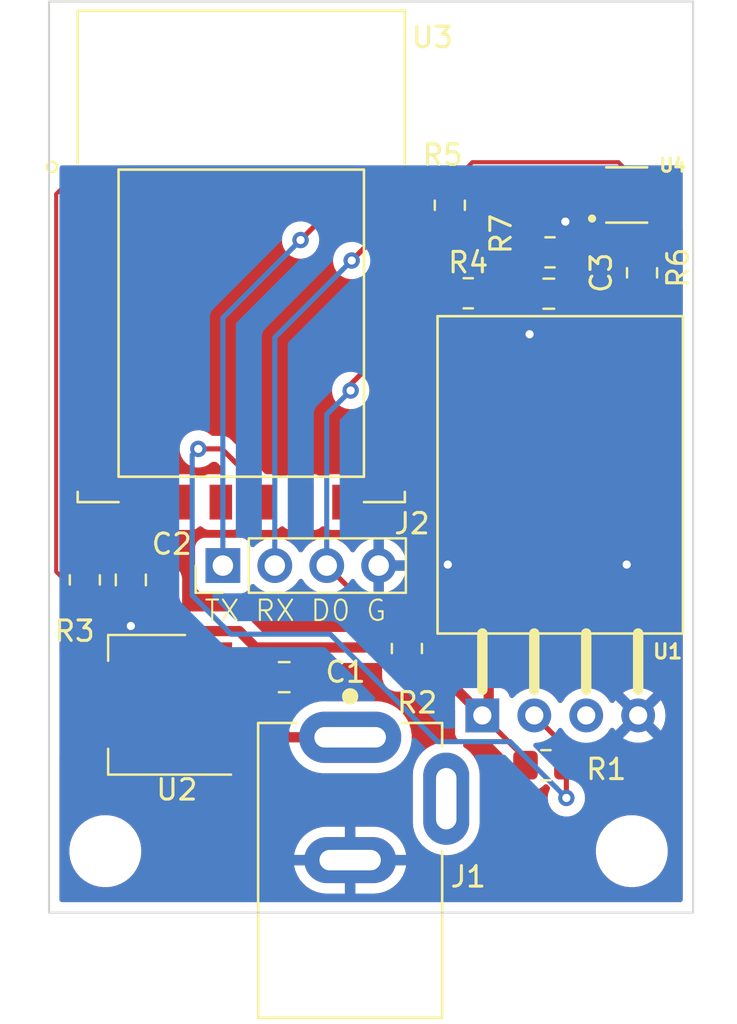
<source format=kicad_pcb>
(kicad_pcb (version 20211014) (generator pcbnew)
  (layers (0 "F.Cu" signal) (31 "B.Cu" signal) (34 "B.Paste" user) (35 "F.Paste" user) (36 "B.SilkS" user "B.Silkscreen") (37 "F.SilkS" user "F.Silkscreen") (38 "B.Mask" user) (39 "F.Mask" user) (44 "Edge.Cuts" user))
  (net 0 "")
  (net 1 "+5V")
  (net 2 "GND")
  (net 3 "+3.3V")
  (net 4 "data_dht11")
  (net 5 "Net-(R3-Pad1)")
  (net 6 "sda")
  (net 7 "scl")
  (net 8 "Net-(R7-Pad1)")
  (net 19 "Net-(R6-Pad2)")
  (net 23 "TX")
  (net 24 "RX")
  (net 25 "GPIO0")
  (footprint "Package_TO_SOT_SMD:SOT-223-3_TabPin2" (layer "F.Cu") (at 90.8 99.1 180)
    (fp_text reference "U2" (at -1.45 -4.15) (layer "F.SilkS"))
    (fp_text value "AP1117-33")
    (fp_line (start -4.1 -3.41) (end 1.91 -3.41) (layer "F.SilkS") (width 0.12))
    (fp_line (start -1.85 3.41) (end 1.91 3.41) (layer "F.SilkS") (width 0.12))
    (fp_line (start 1.91 3.41) (end 1.91 2.15) (layer "F.SilkS") (width 0.12))
    (fp_line (start 1.91 -3.41) (end 1.91 -2.15) (layer "F.SilkS") (width 0.12))
    (pad "1" smd rect (at -3.15 -2.3 180) (size 2 1.5) (layers "F.Cu" "F.Paste" "F.Mask") (net 2 "GND"))
    (pad "2" smd rect (at 3.15 0 180) (size 2 3.8) (layers "F.Cu" "F.Paste" "F.Mask") (net 3 "+3.3V"))
    (pad "2" smd rect (at -3.15 0 180) (size 2 1.5) (layers "F.Cu" "F.Paste" "F.Mask") (net 3 "+3.3V"))
    (pad "3" smd rect (at -3.15 2.3 180) (size 2 1.5) (layers "F.Cu" "F.Paste" "F.Mask") (net 1 "+5V"))
  )
  (footprint "Connector_PinHeader_2.54mm:PinHeader_1x04_P2.54mm_Vertical" (layer "F.Cu") (at 94.5 92.3 90)
    (fp_text reference "J2" (at 2.05 9.25 180) (layer "F.SilkS"))
    (fp_text value "Conn_01x04_Female")
    (fp_line (start -1.33 -1.33) (end 0 -1.33) (layer "F.SilkS") (width 0.12))
    (fp_line (start -1.33 8.95) (end 1.33 8.95) (layer "F.SilkS") (width 0.12))
    (fp_line (start -1.33 1.27) (end -1.33 8.95) (layer "F.SilkS") (width 0.12))
    (fp_line (start -1.33 0) (end -1.33 -1.33) (layer "F.SilkS") (width 0.12))
    (fp_line (start 1.33 1.27) (end 1.33 8.95) (layer "F.SilkS") (width 0.12))
    (fp_line (start -1.33 1.27) (end 1.33 1.27) (layer "F.SilkS") (width 0.12))
    (pad "1" thru_hole rect (at 0 0 90) (size 1.7 1.7) (drill 1) (layers *.Cu *.Mask) (net 23 "TX"))
    (pad "2" thru_hole oval (at 0 2.54 90) (size 1.7 1.7) (drill 1) (layers *.Cu *.Mask) (net 24 "RX"))
    (pad "3" thru_hole oval (at 0 5.08 90) (size 1.7 1.7) (drill 1) (layers *.Cu *.Mask) (net 25 "GPIO0"))
    (pad "4" thru_hole oval (at 0 7.62 90) (size 1.7 1.7) (drill 1) (layers *.Cu *.Mask) (net 2 "GND"))
  )
  (footprint "Capacitor_SMD:C_0805_2012Metric_Pad1.18x1.45mm_HandSolder" (layer "F.Cu") (at 110.44 79.02 180)
    (fp_text reference "C3" (at -2.56 1.02 90) (layer "F.SilkS"))
    (fp_text value "100nF")
    (fp_line (start -0.261252 -0.735) (end 0.261252 -0.735) (layer "F.SilkS") (width 0.12))
    (fp_line (start -0.261252 0.735) (end 0.261252 0.735) (layer "F.SilkS") (width 0.12))
    (pad "1" smd roundrect (at -1.0375 0 180) (size 1.175 1.45) (layers "F.Cu" "F.Paste" "F.Mask") (roundrect_rratio 0.2127659574) (net 3 "+3.3V"))
    (pad "2" smd roundrect (at 1.0375 0 180) (size 1.175 1.45) (layers "F.Cu" "F.Paste" "F.Mask") (roundrect_rratio 0.2127659574) (net 2 "GND"))
  )
  (footprint "Resistor_SMD:R_0805_2012Metric_Pad1.20x1.40mm_HandSolder" (layer "F.Cu") (at 87.75 93 90)
    (fp_text reference "R3" (at -2.5 -0.5 180) (layer "F.SilkS"))
    (fp_text value "10K")
    (fp_line (start -0.227064 -0.735) (end 0.227064 -0.735) (layer "F.SilkS") (width 0.12))
    (fp_line (start -0.227064 0.735) (end 0.227064 0.735) (layer "F.SilkS") (width 0.12))
    (pad "1" smd roundrect (at -1 0 90) (size 1.2 1.4) (layers "F.Cu" "F.Paste" "F.Mask") (roundrect_rratio 0.2083333333) (net 5 "Net-(R3-Pad1)"))
    (pad "2" smd roundrect (at 1 0 90) (size 1.2 1.4) (layers "F.Cu" "F.Paste" "F.Mask") (roundrect_rratio 0.2083333333) (net 3 "+3.3V"))
  )
  (footprint "Resistor_SMD:R_0805_2012Metric_Pad1.20x1.40mm_HandSolder" (layer "F.Cu") (at 115 78 90)
    (fp_text reference "R6" (at 0.25 1.75 270) (layer "F.SilkS"))
    (fp_text value "10K")
    (fp_line (start -0.227064 -0.735) (end 0.227064 -0.735) (layer "F.SilkS") (width 0.12))
    (fp_line (start -0.227064 0.735) (end 0.227064 0.735) (layer "F.SilkS") (width 0.12))
    (pad "1" smd roundrect (at -1 0 90) (size 1.2 1.4) (layers "F.Cu" "F.Paste" "F.Mask") (roundrect_rratio 0.2083333333) (net 2 "GND"))
    (pad "2" smd roundrect (at 1 0 90) (size 1.2 1.4) (layers "F.Cu" "F.Paste" "F.Mask") (roundrect_rratio 0.2083333333) (net 19 "Net-(R6-Pad2)"))
  )
  (footprint "Resistor_SMD:R_0805_2012Metric_Pad1.20x1.40mm_HandSolder" (layer "F.Cu") (at 105.6 74.7 90)
    (fp_text reference "R5" (at 2.45 -0.35 180) (layer "F.SilkS"))
    (fp_text value "10K")
    (fp_line (start -0.227064 0.735) (end 0.227064 0.735) (layer "F.SilkS") (width 0.12))
    (fp_line (start -0.227064 -0.735) (end 0.227064 -0.735) (layer "F.SilkS") (width 0.12))
    (pad "1" smd roundrect (at -1 0 90) (size 1.2 1.4) (layers "F.Cu" "F.Paste" "F.Mask") (roundrect_rratio 0.2083333333) (net 7 "scl"))
    (pad "2" smd roundrect (at 1 0 90) (size 1.2 1.4) (layers "F.Cu" "F.Paste" "F.Mask") (roundrect_rratio 0.2083333333) (net 3 "+3.3V"))
  )
  (footprint "footprints:XDCR_BMP280" (layer "F.Cu") (at 114.25 74.2 180)
    (fp_text reference "U4" (at -2.25 1.45) (layer "F.SilkS") (effects (font (size 0.640028 0.640028))))
    (fp_text value "BMP280")
    (fp_line (start -1 -1.35) (end 1 -1.35) (layer "F.SilkS") (width 0.127))
    (fp_line (start -1 1.35) (end 1 1.35) (layer "F.SilkS") (width 0.127))
    (fp_circle (center 1.695 -1.15) (end 1.795 -1.15) (layer "F.SilkS") (width 0.2) (fill none))
    (pad "1" smd rect locked (at 0.8 -0.975 180) (size 0.5 0.35) (layers "F.Cu" "F.Paste" "F.Mask") (net 2 "GND"))
    (pad "2" smd rect locked (at 0.8 -0.325 180) (size 0.5 0.35) (layers "F.Cu" "F.Paste" "F.Mask") (net 8 "Net-(R7-Pad1)"))
    (pad "3" smd rect locked (at 0.8 0.325 180) (size 0.5 0.35) (layers "F.Cu" "F.Paste" "F.Mask") (net 6 "sda"))
    (pad "4" smd rect locked (at 0.8 0.975 180) (size 0.5 0.35) (layers "F.Cu" "F.Paste" "F.Mask") (net 7 "scl"))
    (pad "5" smd rect locked (at -0.8 0.975 180) (size 0.5 0.35) (layers "F.Cu" "F.Paste" "F.Mask") (net 19 "Net-(R6-Pad2)"))
    (pad "6" smd rect locked (at -0.8 0.325 180) (size 0.5 0.35) (layers "F.Cu" "F.Paste" "F.Mask") (net 3 "+3.3V"))
    (pad "7" smd rect locked (at -0.8 -0.325 180) (size 0.5 0.35) (layers "F.Cu" "F.Paste" "F.Mask") (net 2 "GND"))
    (pad "8" smd rect locked (at -0.8 -0.975 180) (size 0.5 0.35) (layers "F.Cu" "F.Paste" "F.Mask") (net 3 "+3.3V"))
  )
  (footprint "MountingHole:MountingHole_2.5mm" (layer "F.Cu") (at 114.5 106.25)
    (fp_text reference "H2" hide)
    (fp_text value "MountingHole")
    (pad "" np_thru_hole circle (at 0 0) (size 2.5 2.5) (drill 2.5) (layers *.Cu *.Mask))
  )
  (footprint "Resistor_SMD:R_0805_2012Metric_Pad1.20x1.40mm_HandSolder" (layer "F.Cu") (at 106.5 79)
    (fp_text reference "R4" (at 0 -1.5) (layer "F.SilkS"))
    (fp_text value "10K")
    (fp_line (start -0.227064 -0.735) (end 0.227064 -0.735) (layer "F.SilkS") (width 0.12))
    (fp_line (start -0.227064 0.735) (end 0.227064 0.735) (layer "F.SilkS") (width 0.12))
    (pad "1" smd roundrect (at -1 0) (size 1.2 1.4) (layers "F.Cu" "F.Paste" "F.Mask") (roundrect_rratio 0.2083333333) (net 6 "sda"))
    (pad "2" smd roundrect (at 1 0) (size 1.2 1.4) (layers "F.Cu" "F.Paste" "F.Mask") (roundrect_rratio 0.2083333333) (net 3 "+3.3V"))
  )
  (footprint "MountingHole:MountingHole_2.5mm" (layer "F.Cu") (at 88.75 106.25)
    (fp_text reference "H3" hide)
    (fp_text value "MountingHole")
    (pad "" np_thru_hole circle (at 0 0) (size 2.5 2.5) (drill 2.5) (layers *.Cu *.Mask))
  )
  (footprint "Resistor_SMD:R_0805_2012Metric_Pad1.20x1.40mm_HandSolder" (layer "F.Cu") (at 110.3 102.05 180)
    (fp_text reference "R1" (at -2.95 -0.2) (layer "F.SilkS"))
    (fp_text value "10K")
    (fp_line (start -0.227064 -0.735) (end 0.227064 -0.735) (layer "F.SilkS") (width 0.12))
    (fp_line (start -0.227064 0.735) (end 0.227064 0.735) (layer "F.SilkS") (width 0.12))
    (pad "1" smd roundrect (at -1 0 180) (size 1.2 1.4) (layers "F.Cu" "F.Paste" "F.Mask") (roundrect_rratio 0.2083333333) (net 4 "data_dht11"))
    (pad "2" smd roundrect (at 1 0 180) (size 1.2 1.4) (layers "F.Cu" "F.Paste" "F.Mask") (roundrect_rratio 0.2083333333) (net 3 "+3.3V"))
  )
  (footprint "footprints:CUI_PJ-002B" (layer "F.Cu") (at 100.725 100.6875 -90)
    (fp_text reference "J1" (at 6.8125 -5.775) (layer "F.SilkS") (effects (font (size 1.000622 1.000622))))
    (fp_text value "PJ-002B")
    (fp_line (start 5.55 -4.5) (end 13.7 -4.5) (layer "F.SilkS") (width 0.127))
    (fp_line (start -0.7 -4.5) (end 0.45 -4.5) (layer "F.SilkS") (width 0.127))
    (fp_line (start -0.7 4.5) (end -0.7 2.65) (layer "F.SilkS") (width 0.127))
    (fp_line (start 13.7 4.5) (end -0.7 4.5) (layer "F.SilkS") (width 0.127))
    (fp_line (start 13.7 -4.5) (end 13.7 4.5) (layer "F.SilkS") (width 0.127))
    (fp_line (start -0.7 -2.55) (end -0.7 -4.5) (layer "F.SilkS") (width 0.127))
    (fp_circle (center -2 0) (end -1.8 0) (layer "F.SilkS") (width 0.4) (fill none))
    (pad "1" thru_hole oval locked (at 0 0 270) (size 2.5 5) (drill oval 1 3.5) (layers *.Cu *.Mask) (net 1 "+5V"))
    (pad "2" thru_hole oval locked (at 6 0 270) (size 2.25 4.5) (drill oval 1 3) (layers *.Cu *.Mask) (net 2 "GND"))
    (pad "3" thru_hole oval locked (at 3 -4.7 270) (size 4.5 2.25) (drill oval 3 1) (layers *.Cu *.Mask))
  )
  (footprint "Capacitor_SMD:C_0805_2012Metric_Pad1.18x1.45mm_HandSolder" (layer "F.Cu") (at 97.5 97.75)
    (fp_text reference "C1" (at 3 -0.25 180) (layer "F.SilkS"))
    (fp_text value "4,7uF")
    (fp_line (start -0.261252 0.735) (end 0.261252 0.735) (layer "F.SilkS") (width 0.12))
    (fp_line (start -0.261252 -0.735) (end 0.261252 -0.735) (layer "F.SilkS") (width 0.12))
    (pad "1" smd roundrect (at -1.0375 0) (size 1.175 1.45) (layers "F.Cu" "F.Paste" "F.Mask") (roundrect_rratio 0.2127659574) (net 1 "+5V"))
    (pad "2" smd roundrect (at 1.0375 0) (size 1.175 1.45) (layers "F.Cu" "F.Paste" "F.Mask") (roundrect_rratio 0.2127659574) (net 2 "GND"))
  )
  (footprint "footprints:XCVR_ESP8266-12E_ESP-12E" (layer "F.Cu") (at 95.4 80.7)
    (fp_text reference "U3" (at 9.35 -14.2) (layer "F.SilkS") (effects (font (size 1.000772 1.000772))))
    (fp_text value "ESP8266-12E/ESP-12E")
    (fp_line (start 6 7.26) (end -6 7.26) (layer "F.SilkS") (width 0.127))
    (fp_line (start -8 -8) (end -8 -15.5) (layer "F.SilkS") (width 0.127))
    (fp_line (start 8 8) (end 8 8.5) (layer "F.SilkS") (width 0.127))
    (fp_line (start 6 -7.74) (end 6 7.26) (layer "F.SilkS") (width 0.127))
    (fp_line (start -8 8) (end -8 8.5) (layer "F.SilkS") (width 0.127))
    (fp_line (start -8 8.5) (end -6 8.5) (layer "F.SilkS") (width 0.127))
    (fp_line (start 8 -15.5) (end 8 -8) (layer "F.SilkS") (width 0.127))
    (fp_line (start -8 -15.5) (end 8 -15.5) (layer "F.SilkS") (width 0.127))
    (fp_line (start -6 7.26) (end -6 -7.74) (layer "F.SilkS") (width 0.127))
    (fp_line (start 8 8.5) (end 6 8.5) (layer "F.SilkS") (width 0.127))
    (fp_line (start -6 -7.74) (end 6 -7.74) (layer "F.SilkS") (width 0.127))
    (fp_circle (center -9.25 -7.875) (end -9 -7.875) (layer "F.SilkS") (width 0.127) (fill none))
    (pad "1" smd rect locked (at -7.5 -7) (size 2 1.2) (layers "F.Cu" "F.Paste" "F.Mask") (net 5 "Net-(R3-Pad1)"))
    (pad "2" smd rect locked (at -7.5 -5) (size 2 1.2) (layers "F.Cu" "F.Paste" "F.Mask"))
    (pad "3" smd rect locked (at -7.5 -3) (size 2 1.2) (layers "F.Cu" "F.Paste" "F.Mask") (net 3 "+3.3V"))
    (pad "4" smd rect locked (at -7.5 -1) (size 2 1.2) (layers "F.Cu" "F.Paste" "F.Mask"))
    (pad "5" smd rect locked (at -7.5 1) (size 2 1.2) (layers "F.Cu" "F.Paste" "F.Mask"))
    (pad "6" smd rect locked (at -7.5 3) (size 2 1.2) (layers "F.Cu" "F.Paste" "F.Mask"))
    (pad "7" smd rect locked (at -7.5 5) (size 2 1.2) (layers "F.Cu" "F.Paste" "F.Mask"))
    (pad "8" smd rect locked (at -7.5 7) (size 2 1.2) (layers "F.Cu" "F.Paste" "F.Mask") (net 3 "+3.3V"))
    (pad "9" smd rect locked (at -5 8.5) (size 1.1 1.7) (layers "F.Cu" "F.Paste" "F.Mask"))
    (pad "10" smd rect locked (at -3 8.5) (size 1.1 1.7) (layers "F.Cu" "F.Paste" "F.Mask"))
    (pad "11" smd rect locked (at -1 8.5) (size 1.1 1.7) (layers "F.Cu" "F.Paste" "F.Mask"))
    (pad "12" smd rect locked (at 1 8.5) (size 1.1 1.7) (layers "F.Cu" "F.Paste" "F.Mask") (net 4 "data_dht11"))
    (pad "13" smd rect locked (at 3 8.5) (size 1.1 1.7) (layers "F.Cu" "F.Paste" "F.Mask"))
    (pad "14" smd rect locked (at 5 8.5) (size 1.1 1.7) (layers "F.Cu" "F.Paste" "F.Mask"))
    (pad "15" smd rect locked (at 7.5 7) (size 2 1.2) (layers "F.Cu" "F.Paste" "F.Mask") (net 2 "GND"))
    (pad "16" smd rect locked (at 7.5 5) (size 2 1.2) (layers "F.Cu" "F.Paste" "F.Mask"))
    (pad "17" smd rect locked (at 7.5 3) (size 2 1.2) (layers "F.Cu" "F.Paste" "F.Mask"))
    (pad "18" smd rect locked (at 7.5 1) (size 2 1.2) (layers "F.Cu" "F.Paste" "F.Mask") (net 25 "GPIO0"))
    (pad "19" smd rect locked (at 7.5 -1) (size 2 1.2) (layers "F.Cu" "F.Paste" "F.Mask") (net 6 "sda"))
    (pad "20" smd rect locked (at 7.5 -3) (size 2 1.2) (layers "F.Cu" "F.Paste" "F.Mask") (net 7 "scl"))
    (pad "21" smd rect locked (at 7.5 -5) (size 2 1.2) (layers "F.Cu" "F.Paste" "F.Mask") (net 24 "RX"))
    (pad "22" smd rect locked (at 7.5 -7) (size 2 1.2) (layers "F.Cu" "F.Paste" "F.Mask") (net 23 "TX"))
    (zone (net 0) (net_name "") (layer "F.Cu") (connect_pads (clearance 0)) (min_thickness 0.01)
      (keepout (tracks not_allowed) (vias not_allowed) (pads not_allowed) (copperpour not_allowed) (footprints allowed))
      (fill (thermal_gap 0.508) (thermal_bridge_width 0.508))
      (polygon (pts (xy 87.39099 65.2) (xy 103.4 65.2) (xy 103.4 72.19042) (xy 87.39099 72.19042)))
    )
    (zone (net 0) (net_name "") (layer "B.Cu") (connect_pads (clearance 0)) (min_thickness 0.01)
      (keepout (tracks not_allowed) (vias not_allowed) (pads not_allowed) (copperpour not_allowed) (footprints allowed))
      (fill (thermal_gap 0.508) (thermal_bridge_width 0.508))
      (polygon (pts (xy 87.39099 65.2) (xy 103.4 65.2) (xy 103.4 72.19042) (xy 87.39099 72.19042)))
    )
  )
  (footprint "Resistor_SMD:R_0805_2012Metric_Pad1.20x1.40mm_HandSolder" (layer "F.Cu") (at 110.5 77)
    (fp_text reference "R7" (at -2.4 -0.9 90) (layer "F.SilkS"))
    (fp_text value "10K")
    (fp_line (start -0.227064 0.735) (end 0.227064 0.735) (layer "F.SilkS") (width 0.12))
    (fp_line (start -0.227064 -0.735) (end 0.227064 -0.735) (layer "F.SilkS") (width 0.12))
    (pad "1" smd roundrect (at -1 0) (size 1.2 1.4) (layers "F.Cu" "F.Paste" "F.Mask") (roundrect_rratio 0.2083333333) (net 8 "Net-(R7-Pad1)"))
    (pad "2" smd roundrect (at 1 0) (size 1.2 1.4) (layers "F.Cu" "F.Paste" "F.Mask") (roundrect_rratio 0.2083333333) (net 3 "+3.3V"))
  )
  (footprint "MountingHole:MountingHole_2.5mm" (layer "F.Cu") (at 114.5 67.75)
    (fp_text reference "H1" hide)
    (fp_text value "MountingHole")
    (pad "" np_thru_hole circle (at 0 0) (size 2.5 2.5) (drill 2.5) (layers *.Cu *.Mask))
  )
  (footprint "footprints:SNR4-2.54-15.5X12.0X5.5MM" (layer "F.Cu") (at 111 87.869 90)
    (fp_text reference "U1" (at -8.631 5.25 180) (layer "F.SilkS") (effects (font (size 0.7 0.7))))
    (fp_text value "TEM-HUM-DHT11(4P-15.5X12.0MM)")
    (fp_line (start -7.75 6) (end -7.75 -6) (layer "F.SilkS") (width 0.127))
    (fp_line (start -10.5 3.81) (end -7.747 3.81) (layer "F.SilkS") (width 0.508))
    (fp_line (start -10.5 1.27) (end -7.747 1.27) (layer "F.SilkS") (width 0.508))
    (fp_line (start 7.75 6) (end -7.75 6) (layer "F.SilkS") (width 0.127))
    (fp_line (start -10.5 -1.27) (end -7.747 -1.27) (layer "F.SilkS") (width 0.508))
    (fp_line (start -10.5 -3.81) (end -7.747 -3.81) (layer "F.SilkS") (width 0.508))
    (fp_line (start 7.75 -6) (end 7.75 6) (layer "F.SilkS") (width 0.127))
    (fp_line (start -7.75 -6) (end 7.75 -6) (layer "F.SilkS") (width 0.127))
    (pad "1" thru_hole rect locked (at -11.75 -3.81 90) (size 1.651 1.651) (drill 0.889) (layers *.Cu *.Mask) (net 3 "+3.3V"))
    (pad "2" thru_hole circle locked (at -11.75 -1.27 90) (size 1.651 1.651) (drill 0.889) (layers *.Cu *.Mask) (net 4 "data_dht11"))
    (pad "3" thru_hole circle locked (at -11.75 1.27 90) (size 1.651 1.651) (drill 0.889) (layers *.Cu *.Mask))
    (pad "4" thru_hole circle locked (at -11.75 3.81 90) (size 1.651 1.651) (drill 0.889) (layers *.Cu *.Mask) (net 2 "GND"))
  )
  (footprint "Capacitor_SMD:C_0805_2012Metric_Pad1.18x1.45mm_HandSolder" (layer "F.Cu") (at 90 93 -90)
    (fp_text reference "C2" (at -1.75 -2 180) (layer "F.SilkS"))
    (fp_text value "4,7uF")
    (fp_line (start -0.261252 -0.735) (end 0.261252 -0.735) (layer "F.SilkS") (width 0.12))
    (fp_line (start -0.261252 0.735) (end 0.261252 0.735) (layer "F.SilkS") (width 0.12))
    (pad "1" smd roundrect (at -1.0375 0 270) (size 1.175 1.45) (layers "F.Cu" "F.Paste" "F.Mask") (roundrect_rratio 0.2127659574) (net 3 "+3.3V"))
    (pad "2" smd roundrect (at 1.0375 0 270) (size 1.175 1.45) (layers "F.Cu" "F.Paste" "F.Mask") (roundrect_rratio 0.2127659574) (net 2 "GND"))
  )
  (footprint "Resistor_SMD:R_0805_2012Metric_Pad1.20x1.40mm_HandSolder" (layer "F.Cu") (at 103.5 96.35 -90)
    (fp_text reference "R2" (at 2.65 -0.5) (layer "F.SilkS"))
    (fp_text value "10K")
    (fp_line (start -0.227064 -0.735) (end 0.227064 -0.735) (layer "F.SilkS") (width 0.12))
    (fp_line (start -0.227064 0.735) (end 0.227064 0.735) (layer "F.SilkS") (width 0.12))
    (pad "1" smd roundrect (at -1 0 270) (size 1.2 1.4) (layers "F.Cu" "F.Paste" "F.Mask") (roundrect_rratio 0.2083333333) (net 25 "GPIO0"))
    (pad "2" smd roundrect (at 1 0 270) (size 1.2 1.4) (layers "F.Cu" "F.Paste" "F.Mask") (roundrect_rratio 0.2083333333) (net 3 "+3.3V"))
  )
  (gr_rect (start 117.5 109.25) (end 86 64.75) (layer "Edge.Cuts") (width 0.1) (fill none))
  (gr_text "TX RX D0 G" (at 98.05 94.5) (layer "F.SilkS") (effects (font (size 1 1) (thickness 0.1))))
  (segment (start 93.95 96.8) (end 95.5125 96.8) (width 0.5) (layer "F.Cu") (net 1))
  (segment (start 97.6875 100.6875) (end 96.4625 99.4625) (width 0.5) (layer "F.Cu") (net 1))
  (segment (start 100.725 100.6875) (end 97.6875 100.6875) (width 0.5) (layer "F.Cu") (net 1))
  (segment (start 96.4625 99.4625) (end 96.4625 97.75) (width 0.5) (layer "F.Cu") (net 1))
  (segment (start 95.5125 96.8) (end 96.4625 97.75) (width 0.5) (layer "F.Cu") (net 1))
  (segment (start 114.25 74.75) (end 114.475 74.525) (width 0.2) (layer "F.Cu") (net 2))
  (segment (start 114.075 75.175) (end 114.25 75) (width 0.2) (layer "F.Cu") (net 2))
  (segment (start 111.25 75.5) (end 111.575 75.175) (width 0.2) (layer "F.Cu") (net 2))
  (segment (start 113.45 75.175) (end 114.075 75.175) (width 0.2) (layer "F.Cu") (net 2))
  (segment (start 114.475 74.525) (end 115.05 74.525) (width 0.2) (layer "F.Cu") (net 2))
  (segment (start 114.25 75) (end 114.25 74.75) (width 0.2) (layer "F.Cu") (net 2))
  (segment (start 111.575 75.175) (end 113.45 75.175) (width 0.2) (layer "F.Cu") (net 2))
  (via (at 114.25 92.25) (size 0.8) (drill 0.4) (layers "F.Cu" "B.Cu") (net 2))
  (via (at 109.5 81) (size 0.8) (drill 0.4) (layers "F.Cu" "B.Cu") (net 2))
  (via (at 90 95.25) (size 0.8) (drill 0.4) (layers "F.Cu" "B.Cu") (net 2))
  (via (at 105.5 92.25) (size 0.8) (drill 0.4) (layers "F.Cu" "B.Cu") (net 2))
  (via (at 111.25 75.5) (size 0.8) (drill 0.4) (layers "F.Cu" "B.Cu") (net 2))
  (segment (start 96.101225 96.3) (end 95.301225 95.5) (width 0.5) (layer "F.Cu") (net 3))
  (segment (start 111.4 76.9) (end 112.4 75.9) (width 0.2) (layer "F.Cu") (net 3))
  (segment (start 87.65 99.1) (end 89.4 99.1) (width 0.5) (layer "F.Cu") (net 3))
  (segment (start 87.75 92) (end 87.75 87.85) (width 0.5) (layer "F.Cu") (net 3))
  (segment (start 103.5 97.35) (end 102.45 96.3) (width 0.5) (layer "F.Cu") (net 3))
  (segment (start 90.05 85.95) (end 90.05 78.85) (width 0.5) (layer "F.Cu") (net 3))
  (segment (start 90.7125 91.9625) (end 90 91.9625) (width 0.5) (layer "F.Cu") (net 3))
  (segment (start 115.5 75.175) (end 115.75 74.925) (width 0.2) (layer "F.Cu") (net 3))
  (segment (start 88.9 77.7) (end 87.9 77.7) (width 0.5) (layer "F.Cu") (net 3))
  (segment (start 91.85 95.5) (end 91.75 95.6) (width 0.5) (layer "F.Cu") (net 3))
  (segment (start 88.3 87.7) (end 90.05 85.95) (width 0.5) (layer "F.Cu") (net 3))
  (segment (start 107.5 81.5) (end 108.5 82.5) (width 0.5) (layer "F.Cu") (net 3))
  (segment (start 106.7 72.6) (end 105.6 73.7) (width 0.2) (layer "F.Cu") (net 3))
  (segment (start 115.05 75.35) (end 115.05 75.175) (width 0.2) (layer "F.Cu") (net 3))
  (segment (start 115.425 73.875) (end 115.05 73.875) (width 0.2) (layer "F.Cu") (net 3))
  (segment (start 90 91.9625) (end 87.7875 91.9625) (width 0.5) (layer "F.Cu") (net 3))
  (segment (start 91.75 96.75) (end 91.75 95.6) (width 0.5) (layer "F.Cu") (net 3))
  (segment (start 111.4775 81.7725) (end 111.4775 79.02) (width 0.5) (layer "F.Cu") (net 3))
  (segment (start 114.5 75.9) (end 115.05 75.35) (width 0.2) (layer "F.Cu") (net 3))
  (segment (start 102.45 96.3) (end 96.101225 96.3) (width 0.5) (layer "F.Cu") (net 3))
  (segment (start 90.05 78.85) (end 88.9 77.7) (width 0.5) (layer "F.Cu") (net 3))
  (segment (start 115.75 74.925) (end 115.75 74.2) (width 0.2) (layer "F.Cu") (net 3))
  (segment (start 95.301225 95.5) (end 91.85 95.5) (width 0.5) (layer "F.Cu") (net 3))
  (segment (start 114.6 73.875) (end 114.25 73.525) (width 0.2) (layer "F.Cu") (net 3))
  (segment (start 109.3 101.729) (end 107.19 99.619) (width 0.25) (layer "F.Cu") (net 3))
  (segment (start 104.921 97.35) (end 107.19 99.619) (width 0.5) (layer "F.Cu") (net 3))
  (segment (start 87.65 99.1) (end 93.95 99.1) (width 0.5) (layer "F.Cu") (net 3))
  (segment (start 103.5 97.35) (end 104.921 97.35) (width 0.5) (layer "F.Cu") (net 3))
  (segment (start 112.4 75.9) (end 114.5 75.9) (width 0.2) (layer "F.Cu") (net 3))
  (segment (start 91.75 93) (end 90.7125 91.9625) (width 0.5) (layer "F.Cu") (net 3))
  (segment (start 115.05 75.175) (end 115.5 75.175) (width 0.2) (layer "F.Cu") (net 3))
  (segment (start 107.5 79) (end 107.5 99.309) (width 0.5) (layer "F.Cu") (net 3))
  (segment (start 107.5 79) (end 107.5 81.5) (width 0.5) (layer "F.Cu") (net 3))
  (segment (start 87.75 87.85) (end 87.9 87.7) (width 0.5) (layer "F.Cu") (net 3))
  (segment (start 109.3 102.05) (end 109.3 101.729) (width 0.25) (layer "F.Cu") (net 3))
  (segment (start 111.4775 79.02) (end 111.4775 76.9775) (width 0.2) (layer "F.Cu") (net 3))
  (segment (start 115.05 73.875) (end 114.6 73.875) (width 0.2) (layer "F.Cu") (net 3))
  (segment (start 113.85 72.6) (end 106.7 72.6) (width 0.2) (layer "F.Cu") (net 3))
  (segment (start 108.5 82.5) (end 110.75 82.5) (width 0.5) (layer "F.Cu") (net 3))
  (segment (start 107.5 99.309) (end 107.19 99.619) (width 0.5) (layer "F.Cu") (net 3))
  (segment (start 91.75 95.6) (end 91.75 93) (width 0.5) (layer "F.Cu") (net 3))
  (segment (start 114.25 73) (end 113.85 72.6) (width 0.2) (layer "F.Cu") (net 3))
  (segment (start 110.75 82.5) (end 111.4775 81.7725) (width 0.5) (layer "F.Cu") (net 3))
  (segment (start 111.4775 76.9775) (end 111.4 76.9) (width 0.2) (layer "F.Cu") (net 3))
  (segment (start 87.9 87.7) (end 88.3 87.7) (width 0.5) (layer "F.Cu") (net 3))
  (segment (start 87.7875 91.9625) (end 87.75 92) (width 0.5) (layer "F.Cu") (net 3))
  (segment (start 115.75 74.2) (end 115.425 73.875) (width 0.2) (layer "F.Cu") (net 3))
  (segment (start 114.25 73.525) (end 114.25 73) (width 0.2) (layer "F.Cu") (net 3))
  (segment (start 111.4775 79.02) (end 111.42 79.02) (width 0.2) (layer "F.Cu") (net 3))
  (segment (start 89.4 99.1) (end 91.75 96.75) (width 0.5) (layer "F.Cu") (net 3))
  (segment (start 93.3 86.6) (end 94.45 86.6) (width 0.25) (layer "F.Cu") (net 4))
  (segment (start 111.3 101.189) (end 109.73 99.619) (width 0.25) (layer "F.Cu") (net 4))
  (segment (start 111.3 102.05) (end 111.3 103.65) (width 0.25) (layer "F.Cu") (net 4))
  (segment (start 96.4 88.55) (end 96.4 89.2) (width 0.25) (layer "F.Cu") (net 4))
  (segment (start 94.45 86.6) (end 96.4 88.55) (width 0.25) (layer "F.Cu") (net 4))
  (segment (start 111.3 102.05) (end 111.3 101.189) (width 0.25) (layer "F.Cu") (net 4))
  (via (at 111.3 103.65) (size 0.8) (drill 0.4) (layers "F.Cu" "B.Cu") (net 4))
  (via (at 93.3 86.6) (size 0.8) (drill 0.4) (layers "F.Cu" "B.Cu") (net 4))
  (segment (start 111.3 103.65) (end 108.55 100.9) (width 0.25) (layer "B.Cu") (net 4))
  (segment (start 93 86.9) (end 93.3 86.6) (width 0.25) (layer "B.Cu") (net 4))
  (segment (start 108.55 100.9) (end 105 100.9) (width 0.25) (layer "B.Cu") (net 4))
  (segment (start 94.9 95.65) (end 93 93.75) (width 0.25) (layer "B.Cu") (net 4))
  (segment (start 93 93.75) (end 93 86.9) (width 0.25) (layer "B.Cu") (net 4))
  (segment (start 105 100.9) (end 99.75 95.65) (width 0.25) (layer "B.Cu") (net 4))
  (segment (start 99.75 95.65) (end 94.9 95.65) (width 0.25) (layer "B.Cu") (net 4))
  (segment (start 86.35 74.15) (end 86.8 73.7) (width 0.2) (layer "F.Cu") (net 5))
  (segment (start 87.75 94) (end 86.35 92.6) (width 0.2) (layer "F.Cu") (net 5))
  (segment (start 86.8 73.7) (end 87.9 73.7) (width 0.2) (layer "F.Cu") (net 5))
  (segment (start 86.35 92.6) (end 86.35 74.15) (width 0.2) (layer "F.Cu") (net 5))
  (segment (start 105.5 78) (end 105.5 79) (width 0.2) (layer "F.Cu") (net 6))
  (segment (start 107 75.25) (end 107 76.5) (width 0.2) (layer "F.Cu") (net 6))
  (segment (start 113.45 73.875) (end 108.375 73.875) (width 0.2) (layer "F.Cu") (net 6))
  (segment (start 102.9 79.7) (end 104.8 79.7) (width 0.2) (layer "F.Cu") (net 6))
  (segment (start 104.8 79.7) (end 105.5 79) (width 0.2) (layer "F.Cu") (net 6))
  (segment (start 107 76.5) (end 105.5 78) (width 0.2) (layer "F.Cu") (net 6))
  (segment (start 108.375 73.875) (end 107 75.25) (width 0.2) (layer "F.Cu") (net 6))
  (segment (start 105.6 75.7) (end 103.6 77.7) (width 0.2) (layer "F.Cu") (net 7))
  (segment (start 113.45 73.225) (end 108.025 73.225) (width 0.2) (layer "F.Cu") (net 7))
  (segment (start 108.025 73.225) (end 105.6 75.65) (width 0.2) (layer "F.Cu") (net 7))
  (segment (start 103.6 77.7) (end 102.9 77.7) (width 0.2) (layer "F.Cu") (net 7))
  (segment (start 105.6 75.65) (end 105.6 75.7) (width 0.2) (layer "F.Cu") (net 7))
  (segment (start 109.4 76.9) (end 109.4 75.1) (width 0.2) (layer "F.Cu") (net 8))
  (segment (start 109.4 75.1) (end 109.975 74.525) (width 0.2) (layer "F.Cu") (net 8))
  (segment (start 109.975 74.525) (end 113.45 74.525) (width 0.2) (layer "F.Cu") (net 8))
  (segment (start 115 76.75) (end 115 77) (width 0.2) (layer "F.Cu") (net 19))
  (segment (start 116.25 75.5) (end 116.25 74) (width 0.2) (layer "F.Cu") (net 19))
  (segment (start 116.25 75.5) (end 115 76.75) (width 0.2) (layer "F.Cu") (net 19))
  (segment (start 116.25 74) (end 115.475 73.225) (width 0.2) (layer "F.Cu") (net 19))
  (segment (start 115.475 73.225) (end 115.05 73.225) (width 0.2) (layer "F.Cu") (net 19))
  (segment (start 94.5 92.6) (end 94.5 92.3) (width 0.25) (layer "F.Cu") (net 23))
  (segment (start 101 73.7) (end 102.9 73.7) (width 0.25) (layer "F.Cu") (net 23))
  (segment (start 98.3 76.4) (end 101 73.7) (width 0.25) (layer "F.Cu") (net 23))
  (via (at 98.3 76.4) (size 0.8) (drill 0.4) (layers "F.Cu" "B.Cu") (net 23))
  (segment (start 94.5 80.2) (end 98.3 76.4) (width 0.25) (layer "B.Cu") (net 23))
  (segment (start 94.5 92.3) (end 94.5 80.2) (width 0.25) (layer "B.Cu") (net 23))
  (segment (start 100.8 77.4) (end 102.5 75.7) (width 0.25) (layer "F.Cu") (net 24))
  (segment (start 102.5 75.7) (end 102.9 75.7) (width 0.25) (layer "F.Cu") (net 24))
  (via (at 100.8 77.4) (size 0.8) (drill 0.4) (layers "F.Cu" "B.Cu") (net 24))
  (segment (start 97.04 81.16) (end 97.04 92.3) (width 0.25) (layer "B.Cu") (net 24))
  (segment (start 100.8 77.4) (end 97.04 81.16) (width 0.25) (layer "B.Cu") (net 24))
  (segment (start 101.2 95) (end 101.2 93.92) (width 0.25) (layer "F.Cu") (net 25))
  (segment (start 100.75 83.75) (end 100.75 83.45) (width 0.25) (layer "F.Cu") (net 25))
  (segment (start 101.2 93.92) (end 99.58 92.3) (width 0.25) (layer "F.Cu") (net 25))
  (segment (start 102.5 81.7) (end 102.9 81.7) (width 0.25) (layer "F.Cu") (net 25))
  (segment (start 101.55 95.35) (end 101.2 95) (width 0.25) (layer "F.Cu") (net 25))
  (segment (start 103.5 95.35) (end 101.55 95.35) (width 0.25) (layer "F.Cu") (net 25))
  (segment (start 100.75 83.45) (end 102.5 81.7) (width 0.25) (layer "F.Cu") (net 25))
  (via (at 100.75 83.75) (size 0.8) (drill 0.4) (layers "F.Cu" "B.Cu") (net 25))
  (segment (start 99.58 84.92) (end 99.58 92.3) (width 0.25) (layer "B.Cu") (net 25))
  (segment (start 100.75 83.75) (end 99.58 84.92) (width 0.25) (layer "B.Cu") (net 25))
  (zone (net 2) (net_name "GND") (layers F&B.Cu) (connect_pads (clearance 0.508)) (min_thickness 0.254) (fill yes (thermal_gap 0.508) (thermal_bridge_width 0.508))
    (polygon (pts (xy 117.5 109.25) (xy 86 109.25) (xy 86 72.75) (xy 117.5 72.75)))
  )
)
</source>
